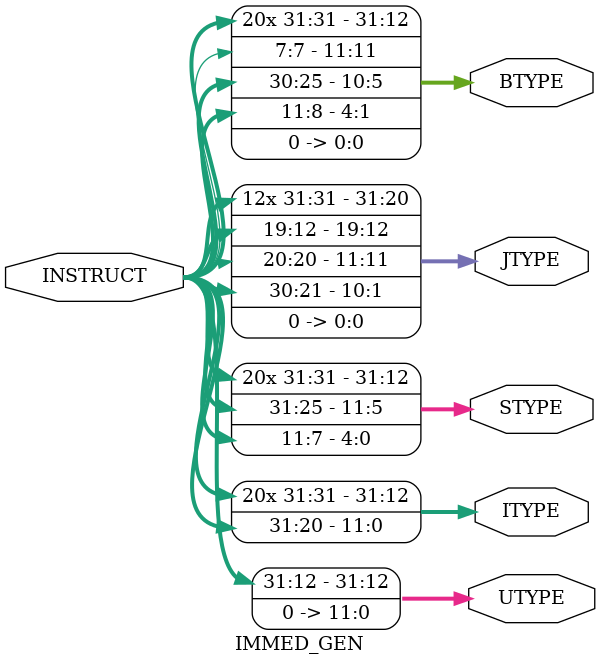
<source format=sv>
`timescale 1ns / 1ps


module IMMED_GEN(
    input logic [31:0] INSTRUCT,
    output logic [31:0] UTYPE, ITYPE, STYPE, JTYPE, BTYPE
    );
    
    assign UTYPE = {INSTRUCT[31:12], 12'b000000000000};
    assign ITYPE = {{21{INSTRUCT[31]}}, INSTRUCT[30:20]};
    assign STYPE = {{21{INSTRUCT[31]}}, INSTRUCT[30:25], INSTRUCT[11:7]};
    assign BTYPE = {{20{INSTRUCT[31]}}, INSTRUCT[7], INSTRUCT[30:25], INSTRUCT[11:8], 1'b0};
    assign JTYPE = {{12{INSTRUCT[31]}}, INSTRUCT[19:12], INSTRUCT[20], INSTRUCT[30:21], 1'b0};
    
endmodule

</source>
